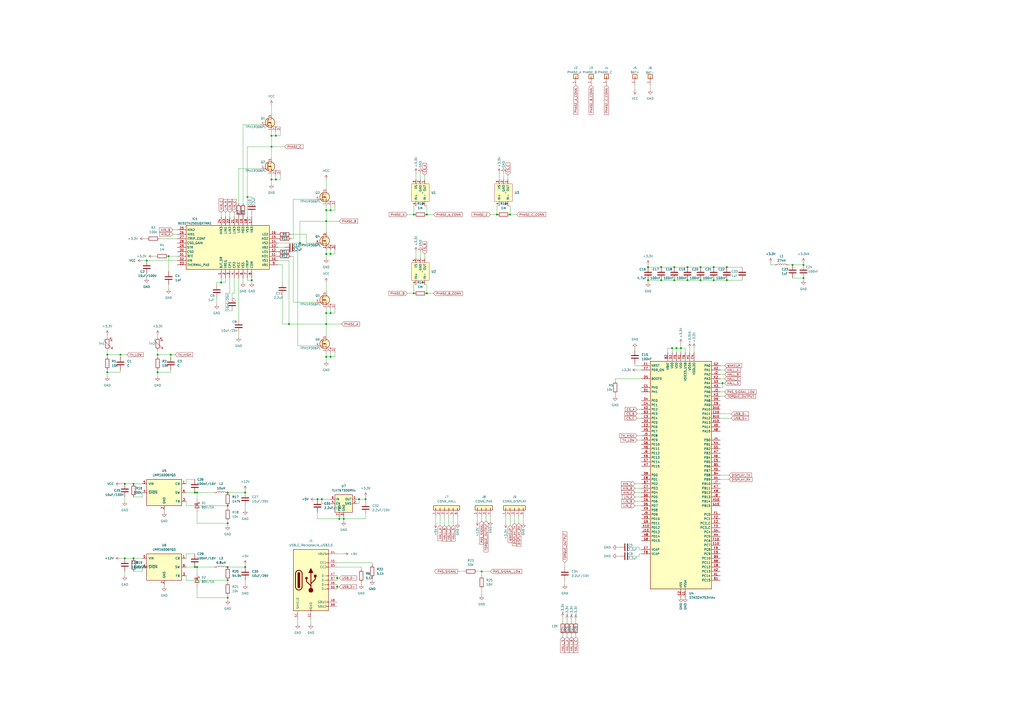
<source format=kicad_sch>
(kicad_sch (version 20230121) (generator eeschema)
  (paper "A2")
  (junction (at 189.23 121.92))
  (junction (at 167.64 187.96))
  (junction (at 173.99 140.97))
  (junction (at 184.15 289.56))
  (junction (at 157.48 85.09))
  (junction (at 398.78 154.94))
  (junction (at 191.77 207.01))
  (junction (at 208.28 289.56))
  (junction (at 421.64 162.56))
  (junction (at 97.79 148.59))
  (junction (at 212.09 289.56))
  (junction (at 157.48 78.74))
  (junction (at 143.51 114.3))
  (junction (at 375.92 162.56))
  (junction (at 142.24 328.93))
  (junction (at 189.23 128.27))
  (junction (at 62.23 205.74))
  (junction (at 392.43 201.93))
  (junction (at 247.65 170.18))
  (junction (at 288.29 124.46))
  (junction (at 398.78 162.56))
  (junction (at 132.08 303.53))
  (junction (at 114.3 328.93))
  (junction (at 191.77 147.32))
  (junction (at 375.92 154.94))
  (junction (at 142.24 285.75))
  (junction (at 91.44 215.9))
  (junction (at 406.4 154.94))
  (junction (at 189.23 207.01))
  (junction (at 113.03 328.93))
  (junction (at 132.08 293.37))
  (junction (at 414.02 162.56))
  (junction (at 189.23 187.96))
  (junction (at 77.47 323.85))
  (junction (at 391.16 162.56))
  (junction (at 132.08 346.71))
  (junction (at 160.02 78.74))
  (junction (at 132.08 285.75))
  (junction (at 91.44 205.74))
  (junction (at 85.09 151.13))
  (junction (at 459.74 153.67))
  (junction (at 191.77 181.61))
  (junction (at 77.47 280.67))
  (junction (at 247.65 124.46))
  (junction (at 240.03 124.46))
  (junction (at 240.03 170.18))
  (junction (at 394.97 201.93))
  (junction (at 146.05 162.56))
  (junction (at 199.39 300.99))
  (junction (at 99.06 205.74))
  (junction (at 113.03 285.75))
  (junction (at 406.4 162.56))
  (junction (at 132.08 328.93))
  (junction (at 295.91 124.46))
  (junction (at 186.69 289.56))
  (junction (at 160.02 104.14))
  (junction (at 72.39 280.67))
  (junction (at 132.08 336.55))
  (junction (at 383.54 162.56))
  (junction (at 279.4 331.47))
  (junction (at 69.85 205.74))
  (junction (at 128.27 163.83))
  (junction (at 189.23 147.32))
  (junction (at 189.23 181.61))
  (junction (at 414.02 154.94))
  (junction (at 114.3 285.75))
  (junction (at 466.09 153.67))
  (junction (at 421.64 154.94))
  (junction (at 391.16 154.94))
  (junction (at 196.85 300.99))
  (junction (at 466.09 161.29))
  (junction (at 191.77 121.92))
  (junction (at 62.23 215.9))
  (junction (at 72.39 323.85))
  (junction (at 383.54 154.94))
  (junction (at 389.89 201.93))
  (junction (at 195.58 335.28))
  (junction (at 419.1 222.25))
  (junction (at 195.58 340.36))
  (junction (at 157.48 104.14))
  (wire (pts (xy 400.05 201.93) (xy 400.05 204.47)))
  (wire (pts (xy 140.97 72.39) (xy 151.13 72.39)))
  (wire (pts (xy 252.73 299.72) (xy 252.73 303.53)))
  (wire (pts (xy 132.08 302.26) (xy 132.08 303.53)))
  (wire (pts (xy 215.9 335.28) (xy 215.9 336.55)))
  (wire (pts (xy 91.44 194.31) (xy 91.44 195.58)))
  (wire (pts (xy 247.65 119.38) (xy 247.65 124.46)))
  (wire (pts (xy 241.3 165.1) (xy 240.03 165.1)))
  (wire (pts (xy 114.3 340.36) (xy 114.3 346.71)))
  (wire (pts (xy 157.48 85.09) (xy 157.48 91.44)))
  (wire (pts (xy 356.87 220.98) (xy 356.87 219.71)))
  (wire (pts (xy 77.47 288.29) (xy 82.55 288.29)))
  (wire (pts (xy 128.27 163.83) (xy 130.81 163.83)))
  (wire (pts (xy 161.29 140.97) (xy 173.99 140.97)))
  (wire (pts (xy 99.06 214.63) (xy 99.06 215.9)))
  (wire (pts (xy 367.03 322.58) (xy 370.84 322.58)))
  (wire (pts (xy 107.95 278.13) (xy 113.03 278.13)))
  (wire (pts (xy 292.1 100.33) (xy 292.1 104.14)))
  (wire (pts (xy 387.35 201.93) (xy 389.89 201.93)))
  (wire (pts (xy 191.77 144.78) (xy 191.77 147.32)))
  (wire (pts (xy 368.3 290.83) (xy 372.11 290.83)))
  (wire (pts (xy 195.58 334.01) (xy 195.58 335.28)))
  (wire (pts (xy 265.43 299.72) (xy 265.43 303.53)))
  (wire (pts (xy 146.05 114.3) (xy 143.51 114.3)))
  (wire (pts (xy 88.9 148.59) (xy 90.17 148.59)))
  (wire (pts (xy 91.44 215.9) (xy 91.44 214.63)))
  (wire (pts (xy 107.95 280.67) (xy 107.95 278.13)))
  (wire (pts (xy 293.37 299.72) (xy 293.37 303.53)))
  (wire (pts (xy 132.08 328.93) (xy 142.24 328.93)))
  (wire (pts (xy 189.23 149.86) (xy 189.23 147.32)))
  (wire (pts (xy 107.95 328.93) (xy 113.03 328.93)))
  (wire (pts (xy 77.47 280.67) (xy 82.55 280.67)))
  (wire (pts (xy 195.58 326.39) (xy 215.9 326.39)))
  (wire (pts (xy 212.09 289.56) (xy 212.09 288.29)))
  (wire (pts (xy 375.92 154.94) (xy 383.54 154.94)))
  (wire (pts (xy 146.05 124.46) (xy 146.05 125.73)))
  (wire (pts (xy 173.99 143.51) (xy 173.99 140.97)))
  (wire (pts (xy 167.64 187.96) (xy 189.23 187.96)))
  (wire (pts (xy 189.23 119.38) (xy 189.23 121.92)))
  (wire (pts (xy 195.58 340.36) (xy 195.58 341.63)))
  (wire (pts (xy 356.87 219.71) (xy 372.11 219.71)))
  (wire (pts (xy 132.08 303.53) (xy 132.08 304.8)))
  (wire (pts (xy 114.3 328.93) (xy 114.3 332.74)))
  (wire (pts (xy 417.83 224.79) (xy 419.1 224.79)))
  (wire (pts (xy 92.71 138.43) (xy 102.87 138.43)))
  (wire (pts (xy 247.65 124.46) (xy 251.46 124.46)))
  (wire (pts (xy 62.23 194.31) (xy 62.23 195.58)))
  (wire (pts (xy 91.44 205.74) (xy 91.44 207.01)))
  (wire (pts (xy 99.06 215.9) (xy 91.44 215.9)))
  (wire (pts (xy 99.06 205.74) (xy 91.44 205.74)))
  (wire (pts (xy 194.31 181.61) (xy 191.77 181.61)))
  (wire (pts (xy 132.08 293.37) (xy 132.08 294.64)))
  (wire (pts (xy 138.43 161.29) (xy 138.43 185.42)))
  (wire (pts (xy 114.3 297.18) (xy 114.3 303.53)))
  (wire (pts (xy 281.94 299.72) (xy 281.94 302.26)))
  (wire (pts (xy 447.04 152.4) (xy 447.04 153.67)))
  (wire (pts (xy 167.64 151.13) (xy 167.64 187.96)))
  (wire (pts (xy 173.99 140.97) (xy 173.99 128.27)))
  (wire (pts (xy 328.93 368.3) (xy 328.93 369.57)))
  (wire (pts (xy 128.27 123.19) (xy 128.27 125.73)))
  (wire (pts (xy 97.79 157.48) (xy 97.79 148.59)))
  (wire (pts (xy 246.38 119.38) (xy 247.65 119.38)))
  (wire (pts (xy 367.03 317.5) (xy 370.84 317.5)))
  (wire (pts (xy 276.86 331.47) (xy 279.4 331.47)))
  (wire (pts (xy 186.69 289.56) (xy 191.77 289.56)))
  (wire (pts (xy 143.51 125.73) (xy 143.51 114.3)))
  (wire (pts (xy 191.77 179.07) (xy 191.77 181.61)))
  (wire (pts (xy 194.31 119.38) (xy 194.31 121.92)))
  (wire (pts (xy 162.56 101.6) (xy 162.56 104.14)))
  (wire (pts (xy 334.01 368.3) (xy 334.01 369.57)))
  (wire (pts (xy 417.83 227.33) (xy 420.37 227.33)))
  (wire (pts (xy 157.48 101.6) (xy 157.48 104.14)))
  (wire (pts (xy 114.3 303.53) (xy 132.08 303.53)))
  (wire (pts (xy 182.88 289.56) (xy 184.15 289.56)))
  (wire (pts (xy 143.51 114.3) (xy 143.51 85.09)))
  (wire (pts (xy 255.27 299.72) (xy 255.27 304.8)))
  (wire (pts (xy 143.51 162.56) (xy 146.05 162.56)))
  (wire (pts (xy 279.4 331.47) (xy 279.4 334.01)))
  (wire (pts (xy 62.23 215.9) (xy 62.23 218.44)))
  (wire (pts (xy 142.24 336.55) (xy 142.24 339.09)))
  (wire (pts (xy 170.18 175.26) (xy 170.18 148.59)))
  (wire (pts (xy 189.23 128.27) (xy 189.23 134.62)))
  (wire (pts (xy 72.39 288.29) (xy 72.39 290.83)))
  (wire (pts (xy 180.34 359.41) (xy 180.34 361.95)))
  (wire (pts (xy 391.16 154.94) (xy 398.78 154.94)))
  (wire (pts (xy 182.88 175.26) (xy 170.18 175.26)))
  (wire (pts (xy 130.81 180.34) (xy 134.62 180.34)))
  (wire (pts (xy 392.43 201.93) (xy 392.43 204.47)))
  (wire (pts (xy 161.29 151.13) (xy 167.64 151.13)))
  (wire (pts (xy 125.73 163.83) (xy 128.27 163.83)))
  (wire (pts (xy 135.89 170.18) (xy 135.89 161.29)))
  (wire (pts (xy 260.35 299.72) (xy 260.35 304.8)))
  (wire (pts (xy 142.24 293.37) (xy 142.24 295.91)))
  (wire (pts (xy 85.09 151.13) (xy 102.87 151.13)))
  (wire (pts (xy 168.91 138.43) (xy 170.18 138.43)))
  (wire (pts (xy 466.09 161.29) (xy 466.09 162.56)))
  (wire (pts (xy 128.27 161.29) (xy 128.27 163.83)))
  (wire (pts (xy 295.91 124.46) (xy 299.72 124.46)))
  (wire (pts (xy 83.82 138.43) (xy 85.09 138.43)))
  (wire (pts (xy 419.1 224.79) (xy 419.1 222.25)))
  (wire (pts (xy 100.33 135.89) (xy 102.87 135.89)))
  (wire (pts (xy 389.89 201.93) (xy 392.43 201.93)))
  (wire (pts (xy 177.8 140.97) (xy 182.88 140.97)))
  (wire (pts (xy 142.24 284.48) (xy 142.24 285.75)))
  (wire (pts (xy 191.77 119.38) (xy 191.77 121.92)))
  (wire (pts (xy 236.22 170.18) (xy 240.03 170.18)))
  (wire (pts (xy 189.23 179.07) (xy 189.23 181.61)))
  (wire (pts (xy 157.48 76.2) (xy 157.48 78.74)))
  (wire (pts (xy 91.44 215.9) (xy 91.44 218.44)))
  (wire (pts (xy 72.39 323.85) (xy 77.47 323.85)))
  (wire (pts (xy 182.88 200.66) (xy 172.72 200.66)))
  (wire (pts (xy 257.81 299.72) (xy 257.81 304.8)))
  (wire (pts (xy 85.09 158.75) (xy 85.09 161.29)))
  (wire (pts (xy 375.92 162.56) (xy 383.54 162.56)))
  (wire (pts (xy 69.85 205.74) (xy 62.23 205.74)))
  (wire (pts (xy 397.51 201.93) (xy 394.97 201.93)))
  (wire (pts (xy 177.8 135.89) (xy 177.8 140.97)))
  (wire (pts (xy 168.91 135.89) (xy 177.8 135.89)))
  (wire (pts (xy 160.02 101.6) (xy 160.02 104.14)))
  (wire (pts (xy 417.83 217.17) (xy 420.37 217.17)))
  (wire (pts (xy 99.06 205.74) (xy 101.6 205.74)))
  (wire (pts (xy 368.3 210.82) (xy 368.3 212.09)))
  (wire (pts (xy 162.56 76.2) (xy 162.56 78.74)))
  (wire (pts (xy 143.51 85.09) (xy 157.48 85.09)))
  (wire (pts (xy 406.4 154.94) (xy 414.02 154.94)))
  (wire (pts (xy 279.4 331.47) (xy 284.48 331.47)))
  (wire (pts (xy 447.04 153.67) (xy 449.58 153.67)))
  (wire (pts (xy 289.56 119.38) (xy 288.29 119.38)))
  (wire (pts (xy 368.3 201.93) (xy 368.3 203.2)))
  (wire (pts (xy 417.83 275.59) (xy 422.91 275.59)))
  (wire (pts (xy 157.48 78.74) (xy 157.48 85.09)))
  (wire (pts (xy 326.39 369.57) (xy 326.39 368.3)))
  (wire (pts (xy 194.31 121.92) (xy 191.77 121.92)))
  (wire (pts (xy 189.23 204.47) (xy 189.23 207.01)))
  (wire (pts (xy 208.28 289.56) (xy 212.09 289.56)))
  (wire (pts (xy 398.78 154.94) (xy 406.4 154.94)))
  (wire (pts (xy 135.89 170.18) (xy 134.62 170.18)))
  (wire (pts (xy 133.35 170.18) (xy 133.35 161.29)))
  (wire (pts (xy 414.02 162.56) (xy 421.64 162.56)))
  (wire (pts (xy 163.83 171.45) (xy 163.83 187.96)))
  (wire (pts (xy 189.23 104.14) (xy 189.23 109.22)))
  (wire (pts (xy 300.99 299.72) (xy 300.99 303.53)))
  (wire (pts (xy 62.23 203.2) (xy 62.23 205.74)))
  (wire (pts (xy 162.56 78.74) (xy 160.02 78.74)))
  (wire (pts (xy 130.81 163.83) (xy 130.81 161.29)))
  (wire (pts (xy 163.83 153.67) (xy 163.83 163.83)))
  (wire (pts (xy 107.95 285.75) (xy 113.03 285.75)))
  (wire (pts (xy 398.78 162.56) (xy 406.4 162.56)))
  (wire (pts (xy 191.77 181.61) (xy 189.23 181.61)))
  (wire (pts (xy 402.59 204.47) (xy 402.59 201.93)))
  (wire (pts (xy 168.91 148.59) (xy 170.18 148.59)))
  (wire (pts (xy 77.47 331.47) (xy 82.55 331.47)))
  (wire (pts (xy 69.85 323.85) (xy 72.39 323.85)))
  (wire (pts (xy 82.55 285.75) (xy 82.55 288.29)))
  (wire (pts (xy 168.91 146.05) (xy 172.72 146.05)))
  (wire (pts (xy 189.23 207.01) (xy 191.77 207.01)))
  (wire (pts (xy 132.08 345.44) (xy 132.08 346.71)))
  (wire (pts (xy 196.85 299.72) (xy 196.85 300.99)))
  (wire (pts (xy 417.83 240.03) (xy 424.18 240.03)))
  (wire (pts (xy 133.35 170.18) (xy 130.81 170.18)))
  (wire (pts (xy 284.48 299.72) (xy 284.48 302.26)))
  (wire (pts (xy 69.85 215.9) (xy 62.23 215.9)))
  (wire (pts (xy 125.73 163.83) (xy 125.73 165.1)))
  (wire (pts (xy 146.05 116.84) (xy 146.05 114.3)))
  (wire (pts (xy 69.85 280.67) (xy 72.39 280.67)))
  (wire (pts (xy 358.14 317.5) (xy 359.41 317.5)))
  (wire (pts (xy 328.93 359.41) (xy 328.93 360.68)))
  (wire (pts (xy 284.48 124.46) (xy 288.29 124.46)))
  (wire (pts (xy 191.77 204.47) (xy 191.77 207.01)))
  (wire (pts (xy 241.3 146.05) (xy 241.3 149.86)))
  (wire (pts (xy 82.55 328.93) (xy 82.55 331.47)))
  (wire (pts (xy 170.18 138.43) (xy 170.18 115.57)))
  (wire (pts (xy 421.64 162.56) (xy 430.53 162.56)))
  (wire (pts (xy 243.84 100.33) (xy 243.84 104.14)))
  (wire (pts (xy 212.09 298.45) (xy 212.09 300.99)))
  (wire (pts (xy 107.95 336.55) (xy 107.95 334.01)))
  (wire (pts (xy 459.74 161.29) (xy 466.09 161.29)))
  (wire (pts (xy 160.02 76.2) (xy 160.02 78.74)))
  (wire (pts (xy 247.65 165.1) (xy 247.65 170.18)))
  (wire (pts (xy 114.3 328.93) (xy 124.46 328.93)))
  (wire (pts (xy 69.85 207.01) (xy 69.85 205.74)))
  (wire (pts (xy 132.08 336.55) (xy 132.08 337.82)))
  (wire (pts (xy 246.38 165.1) (xy 247.65 165.1)))
  (wire (pts (xy 417.83 212.09) (xy 420.37 212.09)))
  (wire (pts (xy 383.54 154.94) (xy 391.16 154.94)))
  (wire (pts (xy 72.39 280.67) (xy 77.47 280.67)))
  (wire (pts (xy 163.83 187.96) (xy 167.64 187.96)))
  (wire (pts (xy 294.64 101.6) (xy 294.64 104.14)))
  (wire (pts (xy 95.25 339.09) (xy 95.25 340.36)))
  (wire (pts (xy 186.69 292.1) (xy 186.69 289.56)))
  (wire (pts (xy 107.95 323.85) (xy 107.95 321.31)))
  (wire (pts (xy 236.22 124.46) (xy 240.03 124.46)))
  (wire (pts (xy 189.23 187.96) (xy 198.12 187.96)))
  (wire (pts (xy 368.3 293.37) (xy 372.11 293.37)))
  (wire (pts (xy 370.84 318.77) (xy 372.11 318.77)))
  (wire (pts (xy 189.23 121.92) (xy 189.23 128.27)))
  (wire (pts (xy 327.66 326.39) (xy 327.66 328.93)))
  (wire (pts (xy 397.51 204.47) (xy 397.51 201.93)))
  (wire (pts (xy 194.31 144.78) (xy 194.31 147.32)))
  (wire (pts (xy 369.57 252.73) (xy 372.11 252.73)))
  (wire (pts (xy 172.72 200.66) (xy 172.72 146.05)))
  (wire (pts (xy 157.48 60.96) (xy 157.48 66.04)))
  (wire (pts (xy 279.4 341.63) (xy 279.4 345.44)))
  (wire (pts (xy 369.57 214.63) (xy 372.11 214.63)))
  (wire (pts (xy 212.09 300.99) (xy 199.39 300.99)))
  (wire (pts (xy 294.64 119.38) (xy 295.91 119.38)))
  (wire (pts (xy 194.31 179.07) (xy 194.31 181.61)))
  (wire (pts (xy 406.4 162.56) (xy 414.02 162.56)))
  (wire (pts (xy 189.23 181.61) (xy 189.23 187.96)))
  (wire (pts (xy 195.58 340.36) (xy 195.58 339.09)))
  (wire (pts (xy 383.54 162.56) (xy 391.16 162.56)))
  (wire (pts (xy 161.29 143.51) (xy 165.1 143.51)))
  (wire (pts (xy 241.3 119.38) (xy 240.03 119.38)))
  (wire (pts (xy 130.81 170.18) (xy 130.81 180.34)))
  (wire (pts (xy 369.57 240.03) (xy 372.11 240.03)))
  (wire (pts (xy 466.09 152.4) (xy 466.09 153.67)))
  (wire (pts (xy 138.43 193.04) (xy 138.43 195.58)))
  (wire (pts (xy 417.83 229.87) (xy 420.37 229.87)))
  (wire (pts (xy 209.55 328.93) (xy 209.55 330.2)))
  (wire (pts (xy 414.02 154.94) (xy 421.64 154.94)))
  (wire (pts (xy 173.99 128.27) (xy 189.23 128.27)))
  (wire (pts (xy 132.08 285.75) (xy 142.24 285.75)))
  (wire (pts (xy 189.23 187.96) (xy 189.23 194.31)))
  (wire (pts (xy 157.48 104.14) (xy 160.02 104.14)))
  (wire (pts (xy 69.85 214.63) (xy 69.85 215.9)))
  (wire (pts (xy 377.19 52.07) (xy 377.19 49.53)))
  (wire (pts (xy 289.56 100.33) (xy 289.56 104.14)))
  (wire (pts (xy 356.87 228.6) (xy 356.87 229.87)))
  (wire (pts (xy 370.84 322.58) (xy 370.84 321.31)))
  (wire (pts (xy 157.48 85.09) (xy 165.1 85.09)))
  (wire (pts (xy 331.47 368.3) (xy 331.47 369.57)))
  (wire (pts (xy 189.23 209.55) (xy 189.23 207.01)))
  (wire (pts (xy 417.83 214.63) (xy 420.37 214.63)))
  (wire (pts (xy 369.57 242.57) (xy 372.11 242.57)))
  (wire (pts (xy 189.23 128.27) (xy 196.85 128.27)))
  (wire (pts (xy 69.85 205.74) (xy 73.66 205.74)))
  (wire (pts (xy 199.39 300.99) (xy 199.39 302.26)))
  (wire (pts (xy 276.86 299.72) (xy 276.86 302.26)))
  (wire (pts (xy 107.95 293.37) (xy 107.95 290.83)))
  (wire (pts (xy 394.97 204.47) (xy 394.97 201.93)))
  (wire (pts (xy 172.72 359.41) (xy 172.72 361.95)))
  (wire (pts (xy 194.31 147.32) (xy 191.77 147.32)))
  (wire (pts (xy 457.2 153.67) (xy 459.74 153.67)))
  (wire (pts (xy 95.25 295.91) (xy 95.25 297.18)))
  (wire (pts (xy 77.47 323.85) (xy 82.55 323.85)))
  (wire (pts (xy 326.39 358.14) (xy 326.39 360.68)))
  (wire (pts (xy 184.15 289.56) (xy 186.69 289.56)))
  (wire (pts (xy 247.65 170.18) (xy 251.46 170.18)))
  (wire (pts (xy 114.3 285.75) (xy 114.3 289.56)))
  (wire (pts (xy 62.23 205.74) (xy 62.23 207.01)))
  (wire (pts (xy 207.01 289.56) (xy 208.28 289.56)))
  (wire (pts (xy 113.03 285.75) (xy 114.3 285.75)))
  (wire (pts (xy 417.83 278.13) (xy 422.91 278.13)))
  (wire (pts (xy 240.03 165.1) (xy 240.03 170.18)))
  (wire (pts (xy 195.58 328.93) (xy 209.55 328.93)))
  (wire (pts (xy 133.35 123.19) (xy 133.35 125.73)))
  (wire (pts (xy 138.43 97.79) (xy 151.13 97.79)))
  (wire (pts (xy 172.72 143.51) (xy 173.99 143.51)))
  (wire (pts (xy 387.35 204.47) (xy 387.35 201.93)))
  (wire (pts (xy 240.03 119.38) (xy 240.03 124.46)))
  (wire (pts (xy 243.84 146.05) (xy 243.84 149.86)))
  (wire (pts (xy 113.03 328.93) (xy 114.3 328.93)))
  (wire (pts (xy 196.85 340.36) (xy 195.58 340.36)))
  (wire (pts (xy 138.43 97.79) (xy 138.43 118.11)))
  (wire (pts (xy 82.55 151.13) (xy 85.09 151.13)))
  (wire (pts (xy 114.3 285.75) (xy 124.46 285.75)))
  (wire (pts (xy 170.18 115.57) (xy 182.88 115.57)))
  (wire (pts (xy 279.4 299.72) (xy 279.4 302.26)))
  (wire (pts (xy 303.53 299.72) (xy 303.53 303.53)))
  (wire (pts (xy 130.81 123.19) (xy 130.81 125.73)))
  (wire (pts (xy 208.28 292.1) (xy 208.28 289.56)))
  (wire (pts (xy 140.97 72.39) (xy 140.97 118.11)))
  (wire (pts (xy 298.45 299.72) (xy 298.45 303.53)))
  (wire (pts (xy 295.91 299.72) (xy 295.91 304.8)))
  (wire (pts (xy 417.83 242.57) (xy 424.18 242.57)))
  (wire (pts (xy 370.84 321.31) (xy 372.11 321.31)))
  (wire (pts (xy 194.31 207.01) (xy 191.77 207.01)))
  (wire (pts (xy 288.29 119.38) (xy 288.29 124.46)))
  (wire (pts (xy 368.3 285.75) (xy 372.11 285.75)))
  (wire (pts (xy 100.33 133.35) (xy 102.87 133.35)))
  (wire (pts (xy 207.01 292.1) (xy 208.28 292.1)))
  (wire (pts (xy 142.24 327.66) (xy 142.24 328.93)))
  (wire (pts (xy 157.48 106.68) (xy 157.48 104.14)))
  (wire (pts (xy 391.16 162.56) (xy 398.78 162.56)))
  (wire (pts (xy 417.83 222.25) (xy 419.1 222.25)))
  (wire (pts (xy 419.1 222.25) (xy 420.37 222.25)))
  (wire (pts (xy 327.66 336.55) (xy 327.66 339.09)))
  (wire (pts (xy 195.58 321.31) (xy 199.39 321.31)))
  (wire (pts (xy 194.31 204.47) (xy 194.31 207.01)))
  (wire (pts (xy 368.3 283.21) (xy 372.11 283.21)))
  (wire (pts (xy 132.08 346.71) (xy 132.08 347.98)))
  (wire (pts (xy 368.3 49.53) (xy 368.3 52.07)))
  (wire (pts (xy 331.47 359.41) (xy 331.47 360.68)))
  (wire (pts (xy 368.3 288.29) (xy 372.11 288.29)))
  (wire (pts (xy 62.23 215.9) (xy 62.23 214.63)))
  (wire (pts (xy 262.89 299.72) (xy 262.89 304.8)))
  (wire (pts (xy 191.77 121.92) (xy 189.23 121.92)))
  (wire (pts (xy 160.02 78.74) (xy 157.48 78.74)))
  (wire (pts (xy 195.58 335.28) (xy 195.58 336.55)))
  (wire (pts (xy 394.97 201.93) (xy 394.97 199.39)))
  (wire (pts (xy 417.83 219.71) (xy 420.37 219.71)))
  (wire (pts (xy 146.05 162.56) (xy 146.05 163.83)))
  (wire (pts (xy 392.43 201.93) (xy 394.97 201.93)))
  (wire (pts (xy 143.51 161.29) (xy 143.51 162.56)))
  (wire (pts (xy 459.74 153.67) (xy 466.09 153.67)))
  (wire (pts (xy 191.77 292.1) (xy 186.69 292.1)))
  (wire (pts (xy 421.64 154.94) (xy 430.53 154.94)))
  (wire (pts (xy 334.01 359.41) (xy 334.01 360.68)))
  (wire (pts (xy 162.56 104.14) (xy 160.02 104.14)))
  (wire (pts (xy 215.9 326.39) (xy 215.9 327.66)))
  (wire (pts (xy 209.55 337.82) (xy 209.55 339.09)))
  (wire (pts (xy 161.29 153.67) (xy 163.83 153.67)))
  (wire (pts (xy 184.15 297.18) (xy 184.15 300.99)))
  (wire (pts (xy 132.08 293.37) (xy 107.95 293.37)))
  (wire (pts (xy 99.06 207.01) (xy 99.06 205.74)))
  (wire (pts (xy 368.3 212.09) (xy 372.11 212.09)))
  (wire (pts (xy 140.97 161.29) (xy 140.97 163.83)))
  (wire (pts (xy 246.38 147.32) (xy 246.38 149.86)))
  (wire (pts (xy 107.95 321.31) (xy 113.03 321.31)))
  (wire (pts (xy 114.3 346.71) (xy 132.08 346.71)))
  (wire (pts (xy 146.05 161.29) (xy 146.05 162.56)))
  (wire (pts (xy 196.85 300.99) (xy 199.39 300.99)))
  (wire (pts (xy 358.14 322.58) (xy 359.41 322.58)))
  (wire (pts (xy 189.23 144.78) (xy 189.23 147.32)))
  (wire (pts (xy 125.73 172.72) (xy 125.73 176.53)))
  (wire (pts (xy 389.89 204.47) (xy 389.89 201.93)))
  (wire (pts (xy 265.43 331.47) (xy 269.24 331.47)))
  (wire (pts (xy 369.57 255.27) (xy 372.11 255.27)))
  (wire (pts (xy 195.58 335.28) (xy 196.85 335.28)))
  (wire (pts (xy 246.38 101.6) (xy 246.38 104.14)))
  (wire (pts (xy 189.23 147.32) (xy 191.77 147.32)))
  (wire (pts (xy 189.23 163.83) (xy 189.23 168.91)))
  (wire (pts (xy 241.3 100.33) (xy 241.3 104.14)))
  (wire (pts (xy 72.39 331.47) (xy 72.39 334.01)))
  (wire (pts (xy 97.79 165.1) (xy 97.79 167.64)))
  (wire (pts (xy 295.91 119.38) (xy 295.91 124.46)))
  (wire (pts (xy 184.15 300.99) (xy 196.85 300.99)))
  (wire (pts (xy 97.79 148.59) (xy 102.87 148.59)))
  (wire (pts (xy 370.84 317.5) (xy 370.84 318.77)))
  (wire (pts (xy 134.62 170.18) (xy 134.62 172.72)))
  (wire (pts (xy 369.57 237.49) (xy 372.11 237.49)))
  (wire (pts (xy 199.39 299.72) (xy 199.39 300.99)))
  (wire (pts (xy 375.92 163.83) (xy 375.92 162.56)))
  (wire (pts (xy 132.08 336.55) (xy 107.95 336.55)))
  (wire (pts (xy 135.89 123.19) (xy 135.89 125.73)))
  (wire (pts (xy 368.3 280.67) (xy 372.11 280.67)))
  (wire (pts (xy 212.09 289.56) (xy 212.09 290.83)))
  (wire (pts (xy 91.44 203.2) (xy 91.44 205.74)))
  (wire (pts (xy 375.92 153.67) (xy 375.92 154.94)))
  (global_label "LIN_B" (shape input) (at 133.35 123.19 90) (property "Intersheetrefs" "${INTERSHEET_REFS}" (effects hide)))
  (global_label "TH_LOW" (shape input) (at 369.57 255.27 180) (property "Intersheetrefs" "${INTERSHEET_REFS}" (effects hide)))
  (global_label "USB_D-" (shape input) (at 424.18 240.03 0) (property "Intersheetrefs" "${INTERSHEET_REFS}" (effects hide)))
  (global_label "HALL_S" (shape input) (at 262.89 304.8 270) (property "Intersheetrefs" "${INTERSHEET_REFS}" (effects hide)))
  (global_label "HALL_B" (shape input) (at 257.81 304.8 270) (property "Intersheetrefs" "${INTERSHEET_REFS}" (effects hide)))
  (global_label "DISPLAY_TX" (shape input) (at 422.91 275.59 0) (property "Intersheetrefs" "${INTERSHEET_REFS}" (effects hide)))
  (global_label "HIN_B" (shape input) (at 100.33 133.35 180) (property "Intersheetrefs" "${INTERSHEET_REFS}" (effects hide)))
  (global_label "HIN_C" (shape input) (at 128.27 123.19 90) (property "Intersheetrefs" "${INTERSHEET_REFS}" (effects hide)))
  (global_label "LIN_A" (shape input) (at 130.81 123.19 90) (property "Intersheetrefs" "${INTERSHEET_REFS}" (effects hide)))
  (global_label "LIN_B" (shape input) (at 368.3 290.83 180) (property "Intersheetrefs" "${INTERSHEET_REFS}" (effects hide)))
  (global_label "DISPLAY_RX" (shape input) (at 422.91 278.13 0) (property "Intersheetrefs" "${INTERSHEET_REFS}" (effects hide)))
  (global_label "HALL_C" (shape input) (at 334.01 369.57 270) (property "Intersheetrefs" "${INTERSHEET_REFS}" (effects hide)))
  (global_label "PAS_SIGNAL_LOW" (shape input) (at 284.48 331.47 0) (property "Intersheetrefs" "${INTERSHEET_REFS}" (effects hide)))
  (global_label "WAKEUP" (shape input) (at 295.91 304.8 270) (property "Intersheetrefs" "${INTERSHEET_REFS}" (effects hide)))
  (global_label "TORQUE_OUTPUT" (shape input) (at 327.66 326.39 90) (property "Intersheetrefs" "${INTERSHEET_REFS}" (effects hide)))
  (global_label "PHASE_C_CONN" (shape input) (at 351.79 49.53 270) (property "Intersheetrefs" "${INTERSHEET_REFS}" (effects hide)))
  (global_label "TORQUE_OUTPUT" (shape input) (at 281.94 302.26 270) (property "Intersheetrefs" "${INTERSHEET_REFS}" (effects hide)))
  (global_label "PHASE_C" (shape input) (at 284.48 124.46 180) (property "Intersheetrefs" "${INTERSHEET_REFS}" (effects hide)))
  (global_label "PHASE_B_CONN" (shape input) (at 251.46 170.18 0) (property "Intersheetrefs" "${INTERSHEET_REFS}" (effects hide)))
  (global_label "LIN_C" (shape input) (at 135.89 123.19 90) (property "Intersheetrefs" "${INTERSHEET_REFS}" (effects hide)))
  (global_label "USB_D+" (shape input) (at 424.18 242.57 0) (property "Intersheetrefs" "${INTERSHEET_REFS}" (effects hide)))
  (global_label "TORQUE_OUTPUT" (shape input) (at 420.37 229.87 0) (property "Intersheetrefs" "${INTERSHEET_REFS}" (effects hide)))
  (global_label "PAS_SIGNAL_LOW" (shape input) (at 420.37 227.33 0) (property "Intersheetrefs" "${INTERSHEET_REFS}" (effects hide)))
  (global_label "HALL_S" (shape input) (at 420.37 222.25 0) (property "Intersheetrefs" "${INTERSHEET_REFS}" (effects hide)))
  (global_label "USB_D-" (shape input) (at 196.85 335.28 0) (property "Intersheetrefs" "${INTERSHEET_REFS}" (effects hide)))
  (global_label "HIN_C" (shape input) (at 368.3 280.67 180) (property "Intersheetrefs" "${INTERSHEET_REFS}" (effects hide)))
  (global_label "PHASE_C" (shape input) (at 165.1 85.09 0) (property "Intersheetrefs" "${INTERSHEET_REFS}" (effects hide)))
  (global_label "PAS_SIGNAL" (shape output) (at 265.43 331.47 180) (property "Intersheetrefs" "${INTERSHEET_REFS}" (effects hide)))
  (global_label "DISPLAY_RX" (shape input) (at 300.99 303.53 270) (property "Intersheetrefs" "${INTERSHEET_REFS}" (effects hide)))
  (global_label "HALL_S" (shape input) (at 326.39 369.57 270) (property "Intersheetrefs" "${INTERSHEET_REFS}" (effects hide)))
  (global_label "PHASE_A" (shape input) (at 236.22 124.46 180) (property "Intersheetrefs" "${INTERSHEET_REFS}" (effects hide)))
  (global_label "HIN_B" (shape input) (at 368.3 283.21 180) (property "Intersheetrefs" "${INTERSHEET_REFS}" (effects hide)))
  (global_label "HIN_A" (shape input) (at 368.3 285.75 180) (property "Intersheetrefs" "${INTERSHEET_REFS}" (effects hide)))
  (global_label "PHASE_A" (shape input) (at 198.12 187.96 0) (property "Intersheetrefs" "${INTERSHEET_REFS}" (effects hide)))
  (global_label "HALL_A" (shape input) (at 420.37 214.63 0) (property "Intersheetrefs" "${INTERSHEET_REFS}" (effects hide)))
  (global_label "HALL_C" (shape input) (at 260.35 304.8 270) (property "Intersheetrefs" "${INTERSHEET_REFS}" (effects hide)))
  (global_label "CS_B" (shape input) (at 246.38 147.32 90) (property "Intersheetrefs" "${INTERSHEET_REFS}" (effects hide)))
  (global_label "CS_A" (shape input) (at 246.38 101.6 90) (property "Intersheetrefs" "${INTERSHEET_REFS}" (effects hide)))
  (global_label "PHASE_A_CONN" (shape input) (at 334.01 49.53 270) (property "Intersheetrefs" "${INTERSHEET_REFS}" (effects hide)))
  (global_label "HALL_A" (shape input) (at 328.93 369.57 270) (property "Intersheetrefs" "${INTERSHEET_REFS}" (effects hide)))
  (global_label "TH_LOW" (shape input) (at 73.66 205.74 0) (property "Intersheetrefs" "${INTERSHEET_REFS}" (effects hide)))
  (global_label "CS_B" (shape input) (at 369.57 240.03 180) (property "Intersheetrefs" "${INTERSHEET_REFS}" (effects hide)))
  (global_label "WAKEUP" (shape input) (at 420.37 212.09 0) (property "Intersheetrefs" "${INTERSHEET_REFS}" (effects hide)))
  (global_label "LIN_C" (shape input) (at 368.3 293.37 180) (property "Intersheetrefs" "${INTERSHEET_REFS}" (effects hide)))
  (global_label "PAS_SIGNAL" (shape input) (at 279.4 302.26 270) (property "Intersheetrefs" "${INTERSHEET_REFS}" (effects hide)))
  (global_label "PHASE_B" (shape input) (at 196.85 128.27 0) (property "Intersheetrefs" "${INTERSHEET_REFS}" (effects hide)))
  (global_label "HALL_B" (shape input) (at 331.47 369.57 270) (property "Intersheetrefs" "${INTERSHEET_REFS}" (effects hide)))
  (global_label "HIN_A" (shape input) (at 100.33 135.89 180) (property "Intersheetrefs" "${INTERSHEET_REFS}" (effects hide)))
  (global_label "HALL_C" (shape input) (at 420.37 219.71 0) (property "Intersheetrefs" "${INTERSHEET_REFS}" (effects hide)))
  (global_label "TH_HIGH" (shape input) (at 369.57 252.73 180) (property "Intersheetrefs" "${INTERSHEET_REFS}" (effects hide)))
  (global_label "LIN_A" (shape input) (at 368.3 288.29 180) (property "Intersheetrefs" "${INTERSHEET_REFS}" (effects hide)))
  (global_label "PHASE_C_CONN" (shape input) (at 299.72 124.46 0) (property "Intersheetrefs" "${INTERSHEET_REFS}" (effects hide)))
  (global_label "TH_HIGH" (shape input) (at 101.6 205.74 0) (property "Intersheetrefs" "${INTERSHEET_REFS}" (effects hide)))
  (global_label "PHASE_B" (shape input) (at 236.22 170.18 180) (property "Intersheetrefs" "${INTERSHEET_REFS}" (effects hide)))
  (global_label "CS_C" (shape input) (at 294.64 101.6 90) (property "Intersheetrefs" "${INTERSHEET_REFS}" (effects hide)))
  (global_label "USB_D+" (shape input) (at 196.85 340.36 0) (property "Intersheetrefs" "${INTERSHEET_REFS}" (effects hide)))
  (global_label "HALL_B" (shape input) (at 420.37 217.17 0) (property "Intersheetrefs" "${INTERSHEET_REFS}" (effects hide)))
  (global_label "DISPLAY_TX" (shape input) (at 298.45 303.53 270) (property "Intersheetrefs" "${INTERSHEET_REFS}" (effects hide)))
  (global_label "PHASE_A_CONN" (shape input) (at 251.46 124.46 0) (property "Intersheetrefs" "${INTERSHEET_REFS}" (effects hide)))
  (global_label "CS_A" (shape input) (at 369.57 237.49 180) (property "Intersheetrefs" "${INTERSHEET_REFS}" (effects hide)))
  (global_label "HALL_A" (shape input) (at 255.27 304.8 270) (property "Intersheetrefs" "${INTERSHEET_REFS}" (effects hide)))
  (global_label "PHASE_B_CONN" (shape input) (at 342.9 49.53 270) (property "Intersheetrefs" "${INTERSHEET_REFS}" (effects hide)))
  (global_label "CS_C" (shape input) (at 369.57 242.57 180) (property "Intersheetrefs" "${INTERSHEET_REFS}" (effects hide)))
  (symbol (lib_id "Device:C") (at 375.92 158.75 0) (unit 1)
    (property "Reference" "C16" (at 370.84 156.21 0) (effects (justify left)))
    (property "Value" "4,7uF" (at 369.57 161.29 0) (effects (justify left)))
    (property "Footprint" "PCM_Capacitor_SMD_AKL:C_0805_2012Metric" (effects hide))
  )
  (symbol (lib_id "Device:C") (at 113.03 325.12 0) (unit 1)
    (property "Reference" "C29" (at 114.3 321.31 0) (effects (justify left)))
    (property "Value" "100nF/16V" (at 114.3 323.85 0) (effects (justify left)))
    (property "Footprint" "PCM_Capacitor_SMD_AKL:C_0402_1005Metric" (effects hide))
  )
  (symbol (lib_id "power:+12V") (at 69.85 323.85 90) (unit 1)
    (property "Reference" "#PWR027" (effects hide))
    (property "Value" "+12V" (at 66.04 323.85 90) (effects (justify left)))
  )
  (symbol (lib_id "power:GND") (at 97.79 167.64 0) (unit 1)
    (property "Reference" "#PWR09" (effects hide))
    (property "Value" "GND" (at 97.79 172.72 0))
  )
  (symbol (lib_id "Connector_Generic:Conn_01x05") (at 298.45 294.64 90) (unit 1)
    (property "Reference" "J9" (at 298.45 288.29 90))
    (property "Value" "CONN_DISPLAY" (at 298.45 290.83 90))
    (property "Footprint" "Connector_Molex:Molex_PicoBlade_53047-0510_1x05_P1.25mm_Vertical" (effects hide))
  )
  (symbol (lib_id "Device:R") (at 209.55 334.01 0) (unit 1)
    (property "Reference" "R6" (at 212.09 332.74 0) (effects (justify left)))
    (property "Value" "5,1k" (at 212.09 335.28 0) (effects (justify left)))
    (property "Footprint" "PCM_Resistor_SMD_AKL:R_0603_1608Metric" (effects hide))
  )
  (symbol (lib_id "Device:R") (at 243.84 124.46 270) (unit 1)
    (property "Reference" "R13" (at 243.84 118.11 90))
    (property "Value" "1m" (at 243.84 120.65 90))
    (property "Footprint" "PCM_Resistor_SMD_AKL:R_2512_6332Metric" (effects hide))
  )
  (symbol (lib_id "power:VCC") (at 82.55 151.13 90) (unit 1)
    (property "Reference" "#PWR05" (effects hide))
    (property "Value" "VCC" (at 78.74 151.13 90) (effects (justify left)))
  )
  (symbol (lib_id "power:+3.3V") (at 447.04 152.4 0) (unit 1)
    (property "Reference" "#PWR045" (effects hide))
    (property "Value" "+3.3V" (at 447.04 147.32 0))
  )
  (symbol (lib_id "Device:Thermistor_NTC") (at 62.23 199.39 180) (unit 1)
    (property "Reference" "TH1" (at 57.15 199.39 0) (effects (justify right)))
    (property "Value" "Thermistor_NTC" (effects hide))
    (property "Footprint" "PCM_Resistor_SMD_AKL:R_0402_1005Metric" (effects hide))
  )
  (symbol (lib_id "power:+3.3V") (at 334.01 359.41 0) (unit 1)
    (property "Reference" "#PWR074" (effects hide))
    (property "Value" "+3.3V" (at 334.01 354.33 90))
  )
  (symbol (lib_id "power:GND") (at 368.3 201.93 180) (unit 1)
    (property "Reference" "#PWR036" (effects hide))
    (property "Value" "GND" (at 368.3 196.85 0))
  )
  (symbol (lib_id "Device:C") (at 125.73 168.91 0) (unit 1)
    (property "Reference" "C6" (at 121.92 171.45 0) (effects (justify left)))
    (property "Value" "1uF" (at 120.65 173.99 0) (effects (justify left)))
    (property "Footprint" "PCM_Capacitor_SMD_AKL:C_0603_1608Metric" (effects hide))
  )
  (symbol (lib_id "Device:R") (at 88.9 138.43 90) (unit 1)
    (property "Reference" "R3" (at 88.9 132.08 90))
    (property "Value" "100k" (at 88.9 134.62 90))
    (property "Footprint" "PCM_Resistor_SMD_AKL:R_0603_1608Metric" (effects hide))
  )
  (symbol (lib_id "power:GND") (at 95.25 340.36 0) (unit 1)
    (property "Reference" "#PWR058" (effects hide))
    (property "Value" "GND" (at 95.25 345.44 0))
  )
  (symbol (lib_id "Device:Thermistor_NTC") (at 91.44 199.39 180) (unit 1)
    (property "Reference" "TH2" (at 86.36 199.39 0) (effects (justify right)))
    (property "Value" "Thermistor_NTC" (effects hide))
    (property "Footprint" "PCM_Resistor_SMD_AKL:R_0402_1005Metric" (effects hide))
  )
  (symbol (lib_id "power:VCC") (at 189.23 163.83 0) (unit 1)
    (property "Reference" "#PWR022" (effects hide))
    (property "Value" "VCC" (at 189.23 158.75 0))
  )
  (symbol (lib_id "power:GND") (at 279.4 345.44 0) (unit 1)
    (property "Reference" "#PWR071" (effects hide))
    (property "Value" "GND" (at 279.4 350.52 0))
  )
  (symbol (lib_id "power:+3.3V") (at 83.82 138.43 90) (unit 1)
    (property "Reference" "#PWR06" (effects hide))
    (property "Value" "+3.3V" (at 80.01 138.43 90) (effects (justify left)))
  )
  (symbol (lib_id "CycleIQ:INA290") (at 245.11 157.48 270) (unit 1)
    (property "Reference" "U2" (at 250.19 157.48 90) (effects (justify left)))
    (property "Value" "~" (at 245.11 157.48 0))
    (property "Footprint" "PCM_Package_TO_SOT_SMD_AKL:SOT-353_SC-70-5" (effects hide))
  )
  (symbol (lib_id "power:GND") (at 62.23 218.44 0) (unit 1)
    (property "Reference" "#PWR02" (effects hide))
    (property "Value" "GND" (at 62.23 223.52 0))
  )
  (symbol (lib_id "power:GND") (at 85.09 161.29 0) (unit 1)
    (property "Reference" "#PWR07" (effects hide))
    (property "Value" "GND" (at 85.09 166.37 0))
  )
  (symbol (lib_id "power:GND") (at 146.05 163.83 0) (unit 1)
    (property "Reference" "#PWR017" (effects hide))
    (property "Value" "GND" (at 146.05 168.91 0))
  )
  (symbol (lib_id "power:+3.3V") (at 369.57 214.63 90) (unit 1)
    (property "Reference" "#PWR041" (effects hide))
    (property "Value" "+3.3V" (at 363.22 214.63 90))
  )
  (symbol (lib_id "Device:R") (at 292.1 124.46 270) (unit 1)
    (property "Reference" "R15" (at 292.1 118.11 90))
    (property "Value" "1m" (at 292.1 120.65 90))
    (property "Footprint" "PCM_Resistor_SMD_AKL:R_2512_6332Metric" (effects hide))
  )
  (symbol (lib_id "PCM_Transistor_MOSFET_AKL:TPH1R306PL") (at 186.69 199.39 0) (unit 1)
    (property "Reference" "Q6" (at 182.88 196.85 0) (effects (justify left)))
    (property "Value" "TPH1R306PL" (at 173.99 201.93 0) (effects (justify left)))
    (property "Footprint" "PCM_Package_SON_AKL:Infineon_PG-TDSON-8" (effects hide))
    (property "Datasheet" "https://www.tme.eu/Document/de0858fa2ae72c60796b4effe71731b4/TPH1R306PL.pdf" (effects hide))
  )
  (symbol (lib_id "Device:C") (at 421.64 158.75 0) (unit 1)
    (property "Reference" "C22" (at 416.56 156.21 0) (effects (justify left)))
    (property "Value" "100nF" (at 415.29 161.29 0) (effects (justify left)))
    (property "Footprint" "PCM_Capacitor_SMD_AKL:C_0402_1005Metric" (effects hide))
  )
  (symbol (lib_id "PCM_Transistor_MOSFET_AKL:TPH1R306PL") (at 186.69 173.99 0) (unit 1)
    (property "Reference" "Q5" (at 182.88 171.45 0) (effects (justify left)))
    (property "Value" "TPH1R306PL" (at 173.99 176.53 0) (effects (justify left)))
    (property "Footprint" "PCM_Package_SON_AKL:Infineon_PG-TDSON-8" (effects hide))
    (property "Datasheet" "https://www.tme.eu/Document/de0858fa2ae72c60796b4effe71731b4/TPH1R306PL.pdf" (effects hide))
  )
  (symbol (lib_id "MCU_ST_STM32H7:STM32H753VIHx") (at 394.97 275.59 0) (unit 1)
    (property "Reference" "U4" (at 399.7041 344.17 0) (effects (justify left)))
    (property "Value" "STM32H753VIHx" (at 399.7041 346.71 0) (effects (justify left)))
    (property "Footprint" "Package_BGA:TFBGA-100_8x8mm_Layout10x10_P0.8mm" (effects hide))
    (property "Datasheet" "https://www.st.com/resource/en/datasheet/stm32h753vi.pdf" (effects hide))
  )
  (symbol (lib_id "Device:C") (at 430.53 158.75 0) (unit 1)
    (property "Reference" "C33" (at 424.18 157.48 0) (effects (justify left)))
    (property "Value" "1uF" (at 424.18 160.02 0) (effects (justify left)))
    (property "Footprint" "PCM_Capacitor_SMD_AKL:C_0603_1608Metric" (effects hide))
  )
  (symbol (lib_id "power:GND") (at 358.14 322.58 270) (unit 1)
    (property "Reference" "#PWR033" (effects hide))
    (property "Value" "GND" (at 354.33 322.58 90) (effects (justify right)))
  )
  (symbol (lib_id "Device:C") (at 69.85 210.82 0) (unit 1)
    (property "Reference" "C1" (at 73.66 209.55 0) (effects (justify left)))
    (property "Value" "C" (at 73.66 212.09 0) (effects (justify left)))
    (property "Footprint" "PCM_Capacitor_SMD_AKL:C_0603_1608Metric" (effects hide))
  )
  (symbol (lib_id "power:+3.3V") (at 62.23 194.31 0) (unit 1)
    (property "Reference" "#PWR01" (effects hide))
    (property "Value" "+3.3V" (at 62.23 189.23 0))
  )
  (symbol (lib_id "power:GND") (at 265.43 303.53 0) (unit 1)
    (property "Reference" "#PWR068" (effects hide))
    (property "Value" "GND" (at 265.43 308.61 90))
  )
  (symbol (lib_id "power:+3.3V") (at 326.39 358.14 0) (unit 1)
    (property "Reference" "#PWR075" (effects hide))
    (property "Value" "+3.3V" (at 326.39 353.06 90))
  )
  (symbol (lib_id "power:GND") (at 199.39 302.26 0) (unit 1)
    (property "Reference" "#PWR056" (effects hide))
    (property "Value" "GND" (at 199.39 307.34 0))
  )
  (symbol (lib_id "power:VCC") (at 189.23 104.14 0) (unit 1)
    (property "Reference" "#PWR020" (effects hide))
    (property "Value" "VCC" (at 189.23 99.06 0))
  )
  (symbol (lib_id "Regulator_Switching:LMR16006YQ5") (at 95.25 328.93 0) (unit 1)
    (property "Reference" "U6" (at 95.25 316.23 0))
    (property "Value" "LMR16006YQ5" (at 95.25 318.77 0))
    (property "Footprint" "Package_TO_SOT_SMD:SOT-23-6" (effects hide))
    (property "Datasheet" "http://www.ti.com/lit/ds/symlink/lmr16006y-q1.pdf" (effects hide))
  )
  (symbol (lib_id "Device:R") (at 62.23 210.82 0) (unit 1)
    (property "Reference" "R1" (at 64.77 209.55 0) (effects (justify left)))
    (property "Value" "10k" (at 64.77 212.09 0) (effects (justify left)))
    (property "Footprint" "PCM_Resistor_SMD_AKL:R_0603_1608Metric" (effects hide))
  )
  (symbol (lib_id "power:GND") (at 243.84 100.33 180) (unit 1)
    (property "Reference" "#PWR034" (effects hide))
    (property "Value" "GND" (at 243.84 95.25 90))
  )
  (symbol (lib_id "power:+3.3V") (at 241.3 146.05 0) (unit 1)
    (property "Reference" "#PWR032" (effects hide))
    (property "Value" "+3.3V" (at 241.3 139.7 90))
  )
  (symbol (lib_id "Device:R") (at 132.08 298.45 0) (unit 1)
    (property "Reference" "R18" (at 134.62 297.18 0) (effects (justify left)))
    (property "Value" "10k" (at 134.62 299.72 0) (effects (justify left)))
    (property "Footprint" "PCM_Resistor_SMD_AKL:R_0603_1608Metric" (effects hide))
  )
  (symbol (lib_id "power:GND") (at 356.87 229.87 0) (unit 1)
    (property "Reference" "#PWR042" (effects hide))
    (property "Value" "GND" (at 356.87 234.95 0))
  )
  (symbol (lib_id "Connector_Generic:Conn_01x06") (at 257.81 294.64 90) (unit 1)
    (property "Reference" "J7" (at 259.08 288.29 90))
    (property "Value" "CONN_HALL" (at 259.08 290.83 90))
    (property "Footprint" "Connector_Molex:Molex_PicoBlade_53047-0610_1x06_P1.25mm_Vertical" (effects hide))
  )
  (symbol (lib_id "Device:C") (at 327.66 332.74 0) (unit 1)
    (property "Reference" "C34" (at 331.47 331.47 0) (effects (justify left)))
    (property "Value" "2,2uF/10V" (at 331.47 334.01 0) (effects (justify left)))
    (property "Footprint" "Capacitor_SMD:C_0603_1608Metric" (effects hide))
  )
  (symbol (lib_id "Device:R") (at 165.1 148.59 90) (unit 1)
    (property "Reference" "R12" (at 165.1 148.59 90))
    (property "Value" "22" (effects hide))
    (property "Footprint" "PCM_Resistor_SMD_AKL:R_0402_1005Metric" (effects hide))
  )
  (symbol (lib_id "power:+3.3V") (at 375.92 153.67 0) (unit 1)
    (property "Reference" "#PWR043" (effects hide))
    (property "Value" "+3.3V" (at 375.92 148.59 0))
  )
  (symbol (lib_id "power:GND") (at 243.84 146.05 180) (unit 1)
    (property "Reference" "#PWR035" (effects hide))
    (property "Value" "GND" (at 243.84 140.97 90))
  )
  (symbol (lib_id "power:+3.3V") (at 212.09 288.29 0) (unit 1)
    (property "Reference" "#PWR060" (effects hide))
    (property "Value" "+3.3V" (at 212.09 283.21 0))
  )
  (symbol (lib_id "Device:R") (at 93.98 148.59 90) (unit 1)
    (property "Reference" "R4" (at 93.98 142.24 90))
    (property "Value" "1M" (at 93.98 144.78 90))
    (property "Footprint" "PCM_Resistor_SMD_AKL:R_0603_1608Metric" (effects hide))
  )
  (symbol (lib_id "Device:L") (at 453.39 153.67 90) (unit 1)
    (property "Reference" "L1" (at 453.39 148.59 90))
    (property "Value" "27nH" (at 453.39 151.13 90))
    (property "Footprint" "Inductor_SMD:L_0805_2012Metric" (effects hide))
  )
  (symbol (lib_id "power:GND") (at 180.34 361.95 0) (unit 1)
    (property "Reference" "#PWR061" (effects hide))
    (property "Value" "GND" (at 180.34 367.03 0))
  )
  (symbol (lib_id "power:+3.3VA") (at 466.09 152.4 0) (unit 1)
    (property "Reference" "#PWR046" (effects hide))
    (property "Value" "+3.3VA" (at 466.09 147.32 0))
  )
  (symbol (lib_id "power:GND") (at 132.08 304.8 0) (unit 1)
    (property "Reference" "#PWR054" (effects hide))
    (property "Value" "GND" (at 132.08 309.88 0))
  )
  (symbol (lib_id "power:GND") (at 157.48 106.68 0) (unit 1)
    (property "Reference" "#PWR019" (effects hide))
    (property "Value" "GND" (at 157.48 111.76 0))
  )
  (symbol (lib_id "power:GND") (at 91.44 218.44 0) (unit 1)
    (property "Reference" "#PWR04" (effects hide))
    (property "Value" "GND" (at 91.44 223.52 0))
  )
  (symbol (lib_id "Device:L") (at 128.27 328.93 90) (unit 1)
    (property "Reference" "L3" (at 128.27 323.85 90))
    (property "Value" "6,8uH" (at 128.27 326.39 90))
    (property "Footprint" "PCM_Inductor_SMD_AKL:L_1008_2520Metric" (effects hide))
  )
  (symbol (lib_id "Device:R") (at 132.08 341.63 0) (unit 1)
    (property "Reference" "R21" (at 134.62 340.36 0) (effects (justify left)))
    (property "Value" "10k" (at 134.62 342.9 0) (effects (justify left)))
    (property "Footprint" "PCM_Resistor_SMD_AKL:R_0603_1608Metric" (effects hide))
  )
  (symbol (lib_id "Device:R") (at 77.47 327.66 0) (unit 1)
    (property "Reference" "R19" (at 78.74 326.39 0) (effects (justify left)))
    (property "Value" "100k" (at 77.47 328.93 0) (effects (justify left)))
    (property "Footprint" "PCM_Resistor_SMD_AKL:R_0603_1608Metric" (effects hide))
  )
  (symbol (lib_id "Connector_Generic:Conn_01x01") (at 342.9 44.45 90) (unit 1)
    (property "Reference" "J3" (at 341.63 39.37 90) (effects (justify right)))
    (property "Value" "PHASE_B" (at 337.82 41.91 90) (effects (justify right)))
    (property "Footprint" "Connector_Wire:SolderWire-1.5sqmm_1x01_D1.7mm_OD3mm" (effects hide))
  )
  (symbol (lib_id "Device:R") (at 132.08 289.56 0) (unit 1)
    (property "Reference" "R17" (at 134.62 288.29 0) (effects (justify left)))
    (property "Value" "147k" (at 134.62 290.83 0) (effects (justify left)))
    (property "Footprint" "PCM_Resistor_SMD_AKL:R_0603_1608Metric" (effects hide))
  )
  (symbol (lib_id "Device:R") (at 273.05 331.47 90) (unit 1)
    (property "Reference" "R23" (at 273.05 325.12 90))
    (property "Value" "33K" (at 273.05 327.66 90))
    (property "Footprint" "Resistor_SMD:R_0603_1608Metric" (effects hide))
  )
  (symbol (lib_id "Device:R") (at 165.1 146.05 90) (unit 1)
    (property "Reference" "R11" (at 165.1 146.05 90))
    (property "Value" "22" (effects hide))
    (property "Footprint" "PCM_Resistor_SMD_AKL:R_0402_1005Metric" (effects hide))
  )
  (symbol (lib_id "Device:C") (at 212.09 294.64 0) (unit 1)
    (property "Reference" "C32" (at 215.9 293.37 0) (effects (justify left)))
    (property "Value" "2,2uF/10V" (at 215.9 295.91 0) (effects (justify left)))
    (property "Footprint" "PCM_Capacitor_SMD_AKL:C_0603_1608Metric" (effects hide))
  )
  (symbol (lib_id "Device:R") (at 165.1 135.89 90) (unit 1)
    (property "Reference" "R9" (at 165.1 135.89 90))
    (property "Value" "22" (effects hide))
    (property "Footprint" "PCM_Resistor_SMD_AKL:R_0402_1005Metric" (effects hide))
  )
  (symbol (lib_id "Device:C") (at 168.91 143.51 90) (unit 1)
    (property "Reference" "C12" (at 173.99 142.24 90) (effects (justify left)))
    (property "Value" "2.2uF" (at 175.26 144.78 90) (effects (justify left)))
    (property "Footprint" "PCM_Capacitor_SMD_AKL:C_1206_3216Metric" (effects hide))
  )
  (symbol (lib_id "power:GND") (at 72.39 290.83 0) (unit 1)
    (property "Reference" "#PWR052" (effects hide))
    (property "Value" "GND" (at 72.39 295.91 0))
  )
  (symbol (lib_id "Device:C") (at 459.74 157.48 0) (unit 1)
    (property "Reference" "C23" (at 453.39 156.21 0) (effects (justify left)))
    (property "Value" "1uF" (at 453.39 158.75 0) (effects (justify left)))
    (property "Footprint" "PCM_Capacitor_SMD_AKL:C_0603_1608Metric" (effects hide))
  )
  (symbol (lib_id "power:+3.3V") (at 394.97 199.39 0) (unit 1)
    (property "Reference" "#PWR010" (effects hide))
    (property "Value" "+3.3V" (at 394.97 193.04 90))
  )
  (symbol (lib_id "Connector_Generic:Conn_01x01") (at 368.3 44.45 90) (unit 1)
    (property "Reference" "J5" (at 367.03 39.37 90) (effects (justify right)))
    (property "Value" "BAT+" (at 365.76 41.91 90) (effects (justify right)))
    (property "Footprint" "Connector_Wire:SolderWire-2.5sqmm_1x01_D2.4mm_OD4.4mm" (effects hide))
  )
  (symbol (lib_id "Connector_Generic:Conn_01x01") (at 334.01 44.45 90) (unit 1)
    (property "Reference" "J2" (at 332.74 39.37 90) (effects (justify right)))
    (property "Value" "PHASE_A" (at 328.93 41.91 90) (effects (justify right)))
    (property "Footprint" "Connector_Wire:SolderWire-1.5sqmm_1x01_D1.7mm_OD3mm" (effects hide))
  )
  (symbol (lib_id "Device:C") (at 142.24 332.74 0) (unit 1)
    (property "Reference" "C30" (at 146.05 331.47 0) (effects (justify left)))
    (property "Value" "10uF/25V" (at 146.05 334.01 0) (effects (justify left)))
    (property "Footprint" "PCM_Capacitor_SMD_AKL:C_1206_3216Metric" (effects hide))
  )
  (symbol (lib_id "Device:C") (at 99.06 210.82 0) (unit 1)
    (property "Reference" "C3" (at 102.87 209.55 0) (effects (justify left)))
    (property "Value" "C" (at 102.87 212.09 0) (effects (justify left)))
    (property "Footprint" "PCM_Capacitor_SMD_AKL:C_0603_1608Metric" (effects hide))
  )
  (symbol (lib_id "Device:C") (at 466.09 157.48 0) (unit 1)
    (property "Reference" "C24" (at 467.36 154.94 0) (effects (justify left)))
    (property "Value" "100nF" (at 468.63 157.48 0) (effects (justify left)))
    (property "Footprint" "PCM_Capacitor_SMD_AKL:C_0402_1005Metric" (effects hide))
  )
  (symbol (lib_id "power:GND") (at 292.1 100.33 180) (unit 1)
    (property "Reference" "#PWR038" (effects hide))
    (property "Value" "GND" (at 292.1 95.25 90))
  )
  (symbol (lib_id "power:+5V") (at 142.24 327.66 0) (unit 1)
    (property "Reference" "#PWR026" (effects hide))
    (property "Value" "+5V" (at 142.24 322.58 0))
  )
  (symbol (lib_id "6ED2742S01QXTMA1:6ED2742S01QXTMA1") (at 128.27 161.29 90) (unit 1)
    (property "Reference" "IC1" (at 113.03 127 90))
    (property "Value" "6ED2742S01QXTMA1" (at 113.03 129.54 90))
    (property "Footprint" "CycleIQ:QFN50P500X500X90-33N-D" (effects hide))
    (property "Height" "0.9" (effects hide))
    (property "Manufacturer_Name" "Infineon" (effects hide))
    (property "Manufacturer_Part_Number" "6ED2742S01QXTMA1" (effects hide))
  )
  (symbol (lib_id "power:+3.3V") (at 289.56 100.33 0) (unit 1)
    (property "Reference" "#PWR037" (effects hide))
    (property "Value" "+3.3V" (at 289.56 93.98 90))
  )
  (symbol (lib_id "Connector_Generic:Conn_01x01") (at 351.79 44.45 90) (unit 1)
    (property "Reference" "J4" (at 350.52 39.37 90) (effects (justify right)))
    (property "Value" "PHASE_C" (at 346.71 41.91 90) (effects (justify right)))
    (property "Footprint" "Connector_Wire:SolderWire-1.5sqmm_1x01_D1.7mm_OD3mm" (effects hide))
  )
  (symbol (lib_id "power:GND") (at 142.24 339.09 0) (unit 1)
    (property "Reference" "#PWR029" (effects hide))
    (property "Value" "GND" (at 142.24 344.17 0))
  )
  (symbol (lib_id "Regulator_Switching:LMR16006YQ5") (at 95.25 285.75 0) (unit 1)
    (property "Reference" "U5" (at 95.25 273.05 0))
    (property "Value" "LMR16006YQ5" (at 95.25 275.59 0))
    (property "Footprint" "Package_TO_SOT_SMD:SOT-23-6" (effects hide))
    (property "Datasheet" "http://www.ti.com/lit/ds/symlink/lmr16006y-q1.pdf" (effects hide))
  )
  (symbol (lib_id "power:+5V") (at 182.88 289.56 90) (unit 1)
    (property "Reference" "#PWR030" (effects hide))
    (property "Value" "+5V" (at 179.07 289.56 90) (effects (justify left)))
  )
  (symbol (lib_id "power:GND") (at 303.53 303.53 0) (unit 1)
    (property "Reference" "#PWR070" (effects hide))
    (property "Value" "GND" (at 303.53 308.61 90))
  )
  (symbol (lib_id "power:VCC") (at 368.3 52.07 180) (unit 1)
    (property "Reference" "#PWR039" (effects hide))
    (property "Value" "VCC" (at 368.3 57.15 0))
  )
  (symbol (lib_id "Device:C") (at 368.3 207.01 0) (unit 1)
    (property "Reference" "C15" (at 372.11 205.74 0) (effects (justify left)))
    (property "Value" "100nF" (at 372.11 208.28 0) (effects (justify left)))
    (property "Footprint" "PCM_Capacitor_SMD_AKL:C_0402_1005Metric" (effects hide))
  )
  (symbol (lib_id "power:VCC") (at 157.48 60.96 0) (unit 1)
    (property "Reference" "#PWR018" (effects hide))
    (property "Value" "VCC" (at 157.48 55.88 0))
  )
  (symbol (lib_id "Device:C") (at 406.4 158.75 0) (unit 1)
    (property "Reference" "C20" (at 401.32 156.21 0) (effects (justify left)))
    (property "Value" "100nF" (at 400.05 161.29 0) (effects (justify left)))
    (property "Footprint" "PCM_Capacitor_SMD_AKL:C_0402_1005Metric" (effects hide))
  )
  (symbol (lib_id "power:GND") (at 125.73 176.53 0) (unit 1)
    (property "Reference" "#PWR012" (effects hide))
    (property "Value" "GND" (at 125.73 181.61 0))
  )
  (symbol (lib_id "Device:R") (at 77.47 284.48 0) (unit 1)
    (property "Reference" "R16" (at 78.74 283.21 0) (effects (justify left)))
    (property "Value" "100k" (at 77.47 285.75 0) (effects (justify left)))
    (property "Footprint" "PCM_Resistor_SMD_AKL:R_0603_1608Metric" (effects hide))
  )
  (symbol (lib_id "Device:C") (at 72.39 284.48 0) (unit 1)
    (property "Reference" "C25" (at 66.04 284.48 0) (effects (justify left)))
    (property "Value" "10uF/100V" (at 60.96 287.02 0) (effects (justify left)))
    (property "Footprint" "PCM_Capacitor_SMD_AKL:C_1210_3225Metric" (effects hide))
  )
  (symbol (lib_id "power:+3.3V") (at 402.59 201.93 0) (unit 1)
    (property "Reference" "#PWR049" (effects hide))
    (property "Value" "+3.3V" (at 402.59 195.58 90))
  )
  (symbol (lib_id "Device:C") (at 391.16 158.75 0) (unit 1)
    (property "Reference" "C18" (at 386.08 156.21 0) (effects (justify left)))
    (property "Value" "100nF" (at 384.81 161.29 0) (effects (justify left)))
    (property "Footprint" "PCM_Capacitor_SMD_AKL:C_0402_1005Metric" (effects hide))
  )
  (symbol (lib_id "Device:R") (at 165.1 138.43 90) (unit 1)
    (property "Reference" "R10" (at 165.1 138.43 90))
    (property "Value" "22" (effects hide))
    (property "Footprint" "PCM_Resistor_SMD_AKL:R_0402_1005Metric" (effects hide))
  )
  (symbol (lib_id "power:GND") (at 377.19 52.07 0) (unit 1)
    (property "Reference" "#PWR040" (effects hide))
    (property "Value" "GND" (at 377.19 57.15 0))
  )
  (symbol (lib_id "Device:C") (at 363.22 322.58 90) (unit 1)
    (property "Reference" "C9" (at 365.76 321.31 90))
    (property "Value" "2,2uF" (at 367.03 323.85 90))
    (property "Footprint" "PCM_Capacitor_SMD_AKL:C_0603_1608Metric" (effects hide))
  )
  (symbol (lib_id "Connector_Generic:Conn_01x04") (at 279.4 294.64 90) (unit 1)
    (property "Reference" "J8" (at 280.67 288.29 90))
    (property "Value" "CONN_PAS" (at 280.67 290.83 90))
    (property "Footprint" "Connector_Molex:Molex_PicoBlade_53047-0410_1x04_P1.25mm_Vertical" (effects hide))
  )
  (symbol (lib_id "Device:R") (at 356.87 224.79 0) (unit 1)
    (property "Reference" "R5" (at 353.06 223.52 0) (effects (justify left)))
    (property "Value" "10k" (at 351.79 226.06 0) (effects (justify left)))
    (property "Footprint" "PCM_Resistor_SMD_AKL:R_0603_1608Metric" (effects hide))
  )
  (symbol (lib_id "Device:C") (at 113.03 281.94 0) (unit 1)
    (property "Reference" "C26" (at 114.3 278.13 0) (effects (justify left)))
    (property "Value" "100nF/16V" (at 114.3 280.67 0) (effects (justify left)))
    (property "Footprint" "PCM_Capacitor_SMD_AKL:C_0402_1005Metric" (effects hide))
  )
  (symbol (lib_id "power:GND") (at 397.51 346.71 0) (unit 1)
    (property "Reference" "#PWR013" (effects hide))
    (property "Value" "GND" (at 397.51 351.79 90))
  )
  (symbol (lib_id "power:+12V") (at 142.24 284.48 0) (unit 1)
    (property "Reference" "#PWR055" (effects hide))
    (property "Value" "+12V" (at 142.24 279.4 0))
  )
  (symbol (lib_id "Device:C") (at 163.83 167.64 0) (unit 1)
    (property "Reference" "C11" (at 160.02 170.18 0) (effects (justify left)))
    (property "Value" "2.2uF" (at 158.75 172.72 0) (effects (justify left)))
    (property "Footprint" "PCM_Capacitor_SMD_AKL:C_1206_3216Metric" (effects hide))
  )
  (symbol (lib_id "power:+3.3V") (at 241.3 100.33 0) (unit 1)
    (property "Reference" "#PWR031" (effects hide))
    (property "Value" "+3.3V" (at 241.3 93.98 90))
  )
  (symbol (lib_id "power:GND") (at 132.08 347.98 0) (unit 1)
    (property "Reference" "#PWR059" (effects hide))
    (property "Value" "GND" (at 132.08 353.06 0))
  )
  (symbol (lib_id "Device:D_Schottky") (at 114.3 336.55 270) (unit 1)
    (property "Reference" "D2" (at 116.84 334.9625 90) (effects (justify left)))
    (property "Value" "80V/1A" (at 116.84 337.5025 90) (effects (justify left)))
    (property "Footprint" "PCM_Diode_SMD_AKL:D_SOD-123" (effects hide))
  )
  (symbol (lib_id "power:VCC") (at 69.85 280.67 90) (unit 1)
    (property "Reference" "#PWR051" (effects hide))
    (property "Value" "VCC" (at 66.04 280.67 90) (effects (justify left)))
  )
  (symbol (lib_id "PCM_Transistor_MOSFET_AKL:TPH1R306PL") (at 186.69 114.3 0) (unit 1)
    (property "Reference" "Q3" (at 182.88 111.76 0) (effects (justify left)))
    (property "Value" "TPH1R306PL" (at 173.99 116.84 0) (effects (justify left)))
    (property "Footprint" "PCM_Package_SON_AKL:Infineon_PG-TDSON-8" (effects hide))
    (property "Datasheet" "https://www.tme.eu/Document/de0858fa2ae72c60796b4effe71731b4/TPH1R306PL.pdf" (effects hide))
  )
  (symbol (lib_id "Regulator_Linear:TLV76733DRVx") (at 199.39 292.1 0) (unit 1)
    (property "Reference" "U7" (at 199.39 281.94 0))
    (property "Value" "TLV76733DRVx" (at 199.39 284.48 0))
    (property "Footprint" "Package_SON:WSON-6-1EP_2x2mm_P0.65mm_EP1x1.6mm_ThermalVias" (effects hide))
    (property "Datasheet" "www.ti.com/lit/gpn/TLV767" (effects hide))
  )
  (symbol (lib_id "Device:R") (at 140.97 121.92 180) (unit 1)
    (property "Reference" "R8" (at 140.97 124.46 90) (effects (justify right)))
    (property "Value" "22" (effects hide))
    (property "Footprint" "PCM_Resistor_SMD_AKL:R_0402_1005Metric" (effects hide))
  )
  (symbol (lib_id "Device:C") (at 72.39 327.66 0) (unit 1)
    (property "Reference" "C28" (at 76.2 326.39 0) (effects (justify left)))
    (property "Value" "10uF/25V" (at 76.2 328.93 0) (effects (justify left)))
    (property "Footprint" "PCM_Capacitor_SMD_AKL:C_1206_3216Metric" (effects hide))
  )
  (symbol (lib_id "power:GND") (at 140.97 163.83 0) (unit 1)
    (property "Reference" "#PWR016" (effects hide))
    (property "Value" "GND" (at 140.97 168.91 0))
  )
  (symbol (lib_id "Device:C") (at 383.54 158.75 0) (unit 1)
    (property "Reference" "C17" (at 378.46 156.21 0) (effects (justify left)))
    (property "Value" "100nF" (at 377.19 161.29 0) (effects (justify left)))
    (property "Footprint" "PCM_Capacitor_SMD_AKL:C_0402_1005Metric" (effects hide))
  )
  (symbol (lib_id "Device:R") (at 215.9 331.47 0) (unit 1)
    (property "Reference" "R22" (at 218.44 330.2 0) (effects (justify left)))
    (property "Value" "5,1k" (at 218.44 332.74 0) (effects (justify left)))
    (property "Footprint" "PCM_Resistor_SMD_AKL:R_0603_1608Metric" (effects hide))
  )
  (symbol (lib_id "PCM_Transistor_MOSFET_AKL:TPH1R306PL") (at 154.94 96.52 0) (unit 1)
    (property "Reference" "Q2" (at 151.13 93.98 0) (effects (justify left)))
    (property "Value" "TPH1R306PL" (at 142.24 99.06 0) (effects (justify left)))
    (property "Footprint" "PCM_Package_SON_AKL:Infineon_PG-TDSON-8" (effects hide))
    (property "Datasheet" "https://www.tme.eu/Document/de0858fa2ae72c60796b4effe71731b4/TPH1R306PL.pdf" (effects hide))
  )
  (symbol (lib_id "power:+5V") (at 199.39 321.31 270) (unit 1)
    (property "Reference" "#PWR062" (effects hide))
    (property "Value" "+5V" (at 203.2 321.31 90) (effects (justify left)))
  )
  (symbol (lib_id "Connector_Generic:Conn_01x01") (at 377.19 44.45 90) (unit 1)
    (property "Reference" "J6" (at 375.92 39.37 90) (effects (justify right)))
    (property "Value" "BAT-" (at 374.5492 42.1234 90) (effects (justify right)))
    (property "Footprint" "Connector_Wire:SolderWire-2.5sqmm_1x01_D2.4mm_OD4.4mm" (effects hide))
  )
  (symbol (lib_id "Device:C") (at 146.05 120.65 180) (unit 1)
    (property "Reference" "C10" (at 144.78 115.57 90) (effects (justify left)))
    (property "Value" "2.2uF" (at 147.32 114.3 90) (effects (justify left)))
    (property "Footprint" "PCM_Capacitor_SMD_AKL:C_1206_3216Metric" (effects hide))
  )
  (symbol (lib_id "power:+3.3V") (at 331.47 359.41 0) (unit 1)
    (property "Reference" "#PWR073" (effects hide))
    (property "Value" "+3.3V" (at 331.47 354.33 90))
  )
  (symbol (lib_id "power:GND") (at 209.55 339.09 0) (unit 1)
    (property "Reference" "#PWR050" (effects hide))
    (property "Value" "GND" (at 209.55 344.17 0))
  )
  (symbol (lib_id "power:+3.3V") (at 293.37 303.53 180) (unit 1)
    (property "Reference" "#PWR069" (effects hide))
    (property "Value" "+3.3V" (at 293.37 309.88 90))
  )
  (symbol (lib_id "Connector:USB_C_Receptacle_USB2.0") (at 180.34 336.55 0) (unit 1)
    (property "Reference" "J1" (at 180.34 313.69 0))
    (property "Value" "USB_C_Receptacle_USB2.0" (at 180.34 316.23 0))
    (property "Footprint" "Connector_USB:USB_C_Receptacle_GCT_USB4105-xx-A_16P_TopMnt_Horizontal" (effects hide))
    (property "Datasheet" "https://www.usb.org/sites/default/files/documents/usb_type-c.zip" (effects hide))
  )
  (symbol (lib_id "power:+5V") (at 252.73 303.53 180) (unit 1)
    (property "Reference" "#PWR067" (effects hide))
    (property "Value" "+5V" (at 252.73 308.61 90))
  )
  (symbol (lib_id "Device:R") (at 91.44 210.82 0) (unit 1)
    (property "Reference" "R2" (at 93.98 209.55 0) (effects (justify left)))
    (property "Value" "10k" (at 93.98 212.09 0) (effects (justify left)))
    (property "Footprint" "PCM_Resistor_SMD_AKL:R_0603_1608Metric" (effects hide))
  )
  (symbol (lib_id "Device:C") (at 363.22 317.5 90) (unit 1)
    (property "Reference" "C5" (at 365.76 316.23 90))
    (property "Value" "2,2uF" (at 367.03 318.77 90))
    (property "Footprint" "PCM_Capacitor_SMD_AKL:C_0603_1608Metric" (effects hide))
  )
  (symbol (lib_id "Device:C") (at 97.79 161.29 0) (unit 1)
    (property "Reference" "C4" (at 101.6 160.02 0) (effects (justify left)))
    (property "Value" "1nF" (at 101.6 162.56 0) (effects (justify left)))
    (property "Footprint" "PCM_Capacitor_SMD_AKL:C_0603_1608Metric" (effects hide))
  )
  (symbol (lib_id "power:GND") (at 138.43 195.58 0) (unit 1)
    (property "Reference" "#PWR015" (effects hide))
    (property "Value" "GND" (at 138.43 200.66 0))
  )
  (symbol (lib_id "PCM_Transistor_MOSFET_AKL:TPH1R306PL") (at 186.69 139.7 0) (unit 1)
    (property "Reference" "Q4" (at 182.88 137.16 0) (effects (justify left)))
    (property "Value" "TPH1R306PL" (at 173.99 142.24 0) (effects (justify left)))
    (property "Footprint" "PCM_Package_SON_AKL:Infineon_PG-TDSON-8" (effects hide))
    (property "Datasheet" "https://www.tme.eu/Document/de0858fa2ae72c60796b4effe71731b4/TPH1R306PL.pdf" (effects hide))
  )
  (symbol (lib_id "Device:R") (at 326.39 364.49 180) (unit 1)
    (property "Reference" "R24" (at 326.39 363.22 90) (effects (justify left)))
    (property "Value" "10K" (at 323.85 363.2201 0) (effects (justify left)))
    (property "Footprint" "Resistor_SMD:R_0603_1608Metric" (effects hide))
  )
  (symbol (lib_id "Device:R") (at 132.08 332.74 0) (unit 1)
    (property "Reference" "R20" (at 134.62 331.47 0) (effects (justify left)))
    (property "Value" "54.9k" (at 134.62 334.01 0) (effects (justify left)))
    (property "Footprint" "PCM_Resistor_SMD_AKL:R_0603_1608Metric" (effects hide))
  )
  (symbol (lib_id "power:GND") (at 215.9 336.55 0) (unit 1)
    (property "Reference" "#PWR064" (effects hide))
    (property "Value" "GND" (at 215.9 341.63 0))
  )
  (symbol (lib_id "power:GND") (at 142.24 295.91 0) (unit 1)
    (property "Reference" "#PWR028" (effects hide))
    (property "Value" "GND" (at 142.24 300.99 0))
  )
  (symbol (lib_id "power:GND") (at 95.25 297.18 0) (unit 1)
    (property "Reference" "#PWR053" (effects hide))
    (property "Value" "GND" (at 95.25 302.26 0))
  )
  (symbol (lib_id "power:GND") (at 375.92 163.83 0) (unit 1)
    (property "Reference" "#PWR044" (effects hide))
    (property "Value" "GND" (at 375.92 168.91 0))
  )
  (symbol (lib_id "power:+3.3V") (at 88.9 148.59 90) (unit 1)
    (property "Reference" "#PWR08" (effects hide))
    (property "Value" "+3.3V" (at 85.09 148.59 90) (effects (justify left)))
  )
  (symbol (lib_id "Device:D_Schottky") (at 114.3 293.37 270) (unit 1)
    (property "Reference" "D1" (at 116.84 291.7825 90) (effects (justify left)))
    (property "Value" "80V/1A" (at 116.84 294.3225 90) (effects (justify left)))
    (property "Footprint" "PCM_Diode_SMD_AKL:D_SOD-123" (effects hide))
  )
  (symbol (lib_id "power:GND") (at 327.66 339.09 0) (unit 1)
    (property "Reference" "#PWR076" (effects hide))
    (property "Value" "GND" (at 327.66 344.17 0))
  )
  (symbol (lib_id "Device:R") (at 138.43 121.92 180) (unit 1)
    (property "Reference" "R7" (at 138.43 124.46 90) (effects (justify right)))
    (property "Value" "22" (effects hide))
    (property "Footprint" "PCM_Resistor_SMD_AKL:R_0402_1005Metric" (effects hide))
  )
  (symbol (lib_id "Device:C") (at 414.02 158.75 0) (unit 1)
    (property "Reference" "C21" (at 408.94 156.21 0) (effects (justify left)))
    (property "Value" "100nF" (at 407.67 161.29 0) (effects (justify left)))
    (property "Footprint" "PCM_Capacitor_SMD_AKL:C_0402_1005Metric" (effects hide))
  )
  (symbol (lib_id "PCM_Transistor_MOSFET_AKL:TPH1R306PL") (at 154.94 71.12 0) (unit 1)
    (property "Reference" "Q1" (at 151.13 68.58 0) (effects (justify left)))
    (property "Value" "TPH1R306PL" (at 142.24 73.66 0) (effects (justify left)))
    (property "Footprint" "PCM_Package_SON_AKL:Infineon_PG-TDSON-8" (effects hide))
    (property "Datasheet" "https://www.tme.eu/Document/de0858fa2ae72c60796b4effe71731b4/TPH1R306PL.pdf" (effects hide))
  )
  (symbol (lib_id "power:+3.3V") (at 91.44 194.31 0) (unit 1)
    (property "Reference" "#PWR03" (effects hide))
    (property "Value" "+3.3V" (at 91.44 189.23 0))
  )
  (symbol (lib_id "Device:R") (at 331.47 364.49 0) (unit 1)
    (property "Reference" "R27" (at 331.47 367.03 90) (effects (justify left)))
    (property "Value" "10K" (effects hide))
    (property "Footprint" "Resistor_SMD:R_0603_1608Metric" (effects hide))
  )
  (symbol (lib_id "Device:C") (at 142.24 289.56 0) (unit 1)
    (property "Reference" "C27" (at 146.05 288.29 0) (effects (justify left)))
    (property "Value" "10uF/25V" (at 146.05 290.83 0) (effects (justify left)))
    (property "Footprint" "PCM_Capacitor_SMD_AKL:C_1206_3216Metric" (effects hide))
  )
  (symbol (lib_id "Device:C") (at 184.15 293.37 0) (unit 1)
    (property "Reference" "C31" (at 187.96 292.1 0) (effects (justify left)))
    (property "Value" "2,2uF/10V" (at 187.96 294.64 0) (effects (justify left)))
    (property "Footprint" "PCM_Capacitor_SMD_AKL:C_0603_1608Metric" (effects hide))
  )
  (symbol (lib_id "power:GND") (at 358.14 317.5 270) (unit 1)
    (property "Reference" "#PWR014" (effects hide))
    (property "Value" "GND" (at 354.33 317.5 90) (effects (justify right)))
  )
  (symbol (lib_id "Device:C") (at 398.78 158.75 0) (unit 1)
    (property "Reference" "C19" (at 393.7 156.21 0) (effects (justify left)))
    (property "Value" "100nF" (at 392.43 161.29 0) (effects (justify left)))
    (property "Footprint" "PCM_Capacitor_SMD_AKL:C_0402_1005Metric" (effects hide))
  )
  (symbol (lib_id "power:GND") (at 189.23 209.55 0) (unit 1)
    (property "Reference" "#PWR023" (effects hide))
    (property "Value" "GND" (at 189.23 214.63 0))
  )
  (symbol (lib_id "CycleIQ:INA290") (at 245.11 111.76 270) (unit 1)
    (property "Reference" "U1" (at 250.19 111.76 90) (effects (justify left)))
    (property "Value" "~" (at 245.11 111.76 0))
    (property "Footprint" "PCM_Package_TO_SOT_SMD_AKL:SOT-353_SC-70-5" (effects hide))
  )
  (symbol (lib_id "power:+3.3VA") (at 400.05 201.93 0) (unit 1)
    (property "Reference" "#PWR048" (effects hide))
    (property "Value" "+3.3VA" (at 400.05 195.58 90))
  )
  (symbol (lib_id "Device:C") (at 85.09 154.94 0) (unit 1)
    (property "Reference" "C2" (at 81.28 157.48 0) (effects (justify left)))
    (property "Value" "10uF/100V" (at 80.01 160.02 0) (effects (justify left)))
    (property "Footprint" "PCM_Capacitor_SMD_AKL:C_1210_3225Metric" (effects hide))
  )
  (symbol (lib_id "Device:C") (at 138.43 189.23 0) (unit 1)
    (property "Reference" "C8" (at 134.62 186.69 0) (effects (justify left)))
    (property "Value" "10uF/25V" (at 128.27 191.77 0) (effects (justify left)))
    (property "Footprint" "PCM_Capacitor_SMD_AKL:C_1206_3216Metric" (effects hide))
  )
  (symbol (lib_id "Device:R") (at 279.4 337.82 180) (unit 1)
    (property "Reference" "R25" (at 281.94 336.5499 0) (effects (justify right)))
    (property "Value" "10K" (at 281.94 339.0899 0) (effects (justify right)))
    (property "Footprint" "Resistor_SMD:R_0603_1608Metric" (effects hide))
  )
  (symbol (lib_id "power:GND") (at 394.97 346.71 0) (unit 1)
    (property "Reference" "#PWR011" (effects hide))
    (property "Value" "GND" (at 394.97 351.79 90))
  )
  (symbol (lib_id "CycleIQ:INA290") (at 293.37 111.76 270) (unit 1)
    (property "Reference" "U3" (at 298.45 111.76 90) (effects (justify left)))
    (property "Value" "~" (at 293.37 111.76 0))
    (property "Footprint" "PCM_Package_TO_SOT_SMD_AKL:SOT-353_SC-70-5" (effects hide))
  )
  (symbol (lib_id "Device:R") (at 328.93 364.49 0) (unit 1)
    (property "Reference" "R26" (at 328.93 367.03 90) (effects (justify left)))
    (property "Value" "10K" (effects hide))
    (property "Footprint" "Resistor_SMD:R_0603_1608Metric" (effects hide))
  )
  (symbol (lib_id "power:GND") (at 189.23 149.86 0) (unit 1)
    (property "Reference" "#PWR021" (effects hide))
    (property "Value" "GND" (at 189.23 154.94 0))
  )
  (symbol (lib_id "power:GND") (at 72.39 334.01 0) (unit 1)
    (property "Reference" "#PWR057" (effects hide))
    (property "Value" "GND" (at 72.39 339.09 0))
  )
  (symbol (lib_id "power:GND") (at 466.09 162.56 0) (unit 1)
    (property "Reference" "#PWR047" (effects hide))
    (property "Value" "GND" (at 466.09 167.64 0))
  )
  (symbol (lib_id "Device:R") (at 243.84 170.18 270) (unit 1)
    (property "Reference" "R14" (at 243.84 163.83 90))
    (property "Value" "1m" (at 243.84 166.37 90))
    (property "Footprint" "PCM_Resistor_SMD_AKL:R_2512_6332Metric" (effects hide))
  )
  (symbol (lib_id "Device:C") (at 134.62 176.53 180) (unit 1)
    (property "Reference" "C7" (at 135.89 173.99 90))
    (property "Value" "10nF/25V" (at 132.08 175.26 90))
    (property "Footprint" "PCM_Capacitor_SMD_AKL:C_0603_1608Metric" (effects hide))
  )
  (symbol (lib_id "Device:R") (at 334.01 364.49 0) (unit 1)
    (property "Reference" "R28" (at 334.01 367.03 90) (effects (justify left)))
    (property "Value" "10K" (effects hide))
    (property "Footprint" "Resistor_SMD:R_0603_1608Metric" (effects hide))
  )
  (symbol (lib_id "Device:L") (at 128.27 285.75 90) (unit 1)
    (property "Reference" "L2" (at 128.27 280.67 90))
    (property "Value" "10uH" (at 128.27 283.21 90))
    (property "Footprint" "PCM_Inductor_SMD_AKL:L_1008_2520Metric" (effects hide))
  )
  (symbol (lib_id "power:GND") (at 172.72 361.95 0) (unit 1)
    (property "Reference" "#PWR063" (effects hide))
    (property "Value" "GND" (at 172.72 367.03 0))
  )
  (symbol (lib_id "power:GND") (at 284.48 302.26 0) (unit 1)
    (property "Reference" "#PWR065" (effects hide))
    (property "Value" "GND" (at 284.48 307.34 90))
  )
  (symbol (lib_id "power:+3.3V") (at 328.93 359.41 0) (unit 1)
    (property "Reference" "#PWR072" (effects hide))
    (property "Value" "+3.3V" (at 328.93 354.33 90))
  )
  (symbol (lib_id "power:+12V") (at 276.86 302.26 180) (unit 1)
    (property "Reference" "#PWR066" (effects hide))
    (property "Value" "+12V" (at 276.86 308.61 90))
  )
)
</source>
